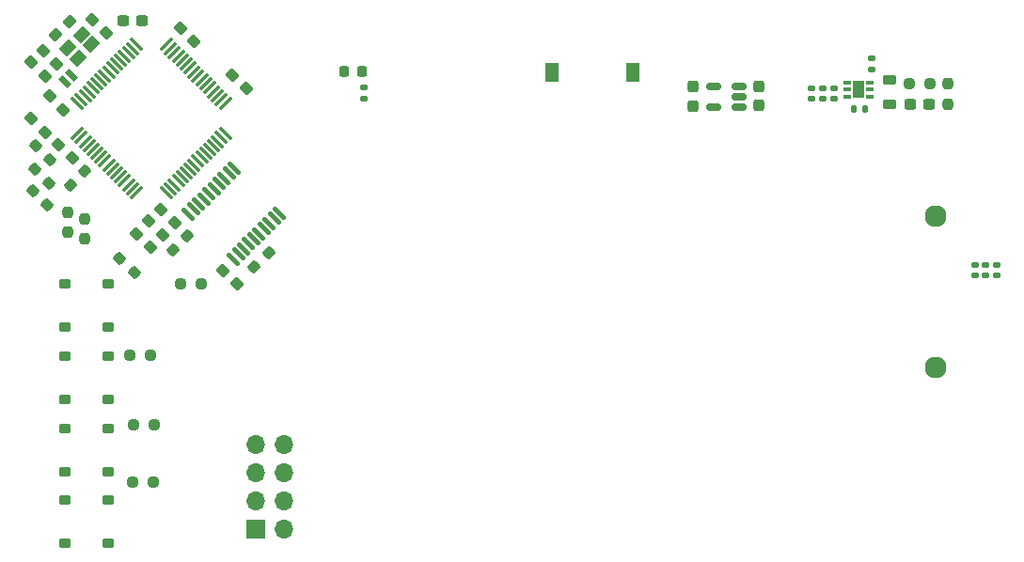
<source format=gbs>
G04 #@! TF.GenerationSoftware,KiCad,Pcbnew,7.0.2-0*
G04 #@! TF.CreationDate,2023-10-08T21:39:02-05:00*
G04 #@! TF.ProjectId,spudglo_business_card,73707564-676c-46f5-9f62-7573696e6573,rev?*
G04 #@! TF.SameCoordinates,Original*
G04 #@! TF.FileFunction,Soldermask,Bot*
G04 #@! TF.FilePolarity,Negative*
%FSLAX46Y46*%
G04 Gerber Fmt 4.6, Leading zero omitted, Abs format (unit mm)*
G04 Created by KiCad (PCBNEW 7.0.2-0) date 2023-10-08 21:39:02*
%MOMM*%
%LPD*%
G01*
G04 APERTURE LIST*
G04 Aperture macros list*
%AMRoundRect*
0 Rectangle with rounded corners*
0 $1 Rounding radius*
0 $2 $3 $4 $5 $6 $7 $8 $9 X,Y pos of 4 corners*
0 Add a 4 corners polygon primitive as box body*
4,1,4,$2,$3,$4,$5,$6,$7,$8,$9,$2,$3,0*
0 Add four circle primitives for the rounded corners*
1,1,$1+$1,$2,$3*
1,1,$1+$1,$4,$5*
1,1,$1+$1,$6,$7*
1,1,$1+$1,$8,$9*
0 Add four rect primitives between the rounded corners*
20,1,$1+$1,$2,$3,$4,$5,0*
20,1,$1+$1,$4,$5,$6,$7,0*
20,1,$1+$1,$6,$7,$8,$9,0*
20,1,$1+$1,$8,$9,$2,$3,0*%
%AMRotRect*
0 Rectangle, with rotation*
0 The origin of the aperture is its center*
0 $1 length*
0 $2 width*
0 $3 Rotation angle, in degrees counterclockwise*
0 Add horizontal line*
21,1,$1,$2,0,0,$3*%
G04 Aperture macros list end*
%ADD10RoundRect,0.237500X0.250000X0.237500X-0.250000X0.237500X-0.250000X-0.237500X0.250000X-0.237500X0*%
%ADD11RoundRect,0.225000X0.275000X0.225000X-0.275000X0.225000X-0.275000X-0.225000X0.275000X-0.225000X0*%
%ADD12RoundRect,0.237500X-0.008839X-0.344715X0.344715X0.008839X0.008839X0.344715X-0.344715X-0.008839X0*%
%ADD13RoundRect,0.237500X0.380070X-0.044194X-0.044194X0.380070X-0.380070X0.044194X0.044194X-0.380070X0*%
%ADD14RoundRect,0.237500X0.300000X0.237500X-0.300000X0.237500X-0.300000X-0.237500X0.300000X-0.237500X0*%
%ADD15RoundRect,0.237500X-0.380070X0.044194X0.044194X-0.380070X0.380070X-0.044194X-0.044194X0.380070X0*%
%ADD16RoundRect,0.135000X0.185000X-0.135000X0.185000X0.135000X-0.185000X0.135000X-0.185000X-0.135000X0*%
%ADD17RoundRect,0.237500X0.008839X0.344715X-0.344715X-0.008839X-0.008839X-0.344715X0.344715X0.008839X0*%
%ADD18RoundRect,0.218750X0.218750X0.256250X-0.218750X0.256250X-0.218750X-0.256250X0.218750X-0.256250X0*%
%ADD19RoundRect,0.075000X-0.548008X0.441942X0.441942X-0.548008X0.548008X-0.441942X-0.441942X0.548008X0*%
%ADD20RoundRect,0.075000X-0.548008X-0.441942X-0.441942X-0.548008X0.548008X0.441942X0.441942X0.548008X0*%
%ADD21R,1.193800X1.676400*%
%ADD22RoundRect,0.237500X-0.237500X0.300000X-0.237500X-0.300000X0.237500X-0.300000X0.237500X0.300000X0*%
%ADD23RoundRect,0.140000X-0.170000X0.140000X-0.170000X-0.140000X0.170000X-0.140000X0.170000X0.140000X0*%
%ADD24RoundRect,0.237500X0.344715X-0.008839X-0.008839X0.344715X-0.344715X0.008839X0.008839X-0.344715X0*%
%ADD25RoundRect,0.237500X0.237500X-0.250000X0.237500X0.250000X-0.237500X0.250000X-0.237500X-0.250000X0*%
%ADD26RoundRect,0.135000X-0.185000X0.135000X-0.185000X-0.135000X0.185000X-0.135000X0.185000X0.135000X0*%
%ADD27RoundRect,0.237500X-0.344715X0.008839X0.008839X-0.344715X0.344715X-0.008839X-0.008839X0.344715X0*%
%ADD28C,1.959000*%
%ADD29RoundRect,0.140000X0.140000X0.170000X-0.140000X0.170000X-0.140000X-0.170000X0.140000X-0.170000X0*%
%ADD30RoundRect,0.237500X-0.044194X-0.380070X0.380070X0.044194X0.044194X0.380070X-0.380070X-0.044194X0*%
%ADD31RoundRect,0.100000X-0.521491X0.380070X0.380070X-0.521491X0.521491X-0.380070X-0.380070X0.521491X0*%
%ADD32R,0.650000X0.350000*%
%ADD33R,1.000000X1.600000*%
%ADD34RoundRect,0.218750X0.381250X-0.218750X0.381250X0.218750X-0.381250X0.218750X-0.381250X-0.218750X0*%
%ADD35RotRect,1.000000X1.200000X135.000000*%
%ADD36RotRect,0.575000X1.140000X45.000000*%
%ADD37RoundRect,0.150000X0.512500X0.150000X-0.512500X0.150000X-0.512500X-0.150000X0.512500X-0.150000X0*%
%ADD38R,1.700000X1.700000*%
%ADD39O,1.700000X1.700000*%
G04 APERTURE END LIST*
D10*
X257500000Y-85480000D03*
X255675000Y-85480000D03*
D11*
X183500000Y-123000000D03*
X183500000Y-126900000D03*
X179650000Y-123000000D03*
X179650000Y-126900000D03*
D12*
X196690000Y-101960000D03*
X197980470Y-100669530D03*
D13*
X183349762Y-80929758D03*
X182130002Y-79709998D03*
D14*
X257450000Y-87300000D03*
X255725000Y-87300000D03*
D15*
X193880240Y-102290240D03*
X195100000Y-103510000D03*
D16*
X252260000Y-84210000D03*
X252260000Y-83190000D03*
D17*
X181440001Y-93309999D03*
X180149531Y-94600469D03*
D18*
X206357500Y-84340000D03*
X204782500Y-84340000D03*
D19*
X180758541Y-87246054D03*
X181112094Y-86892501D03*
X181465647Y-86538948D03*
X181819201Y-86185394D03*
X182172754Y-85831841D03*
X182526308Y-85478287D03*
X182879861Y-85124734D03*
X183233414Y-84771181D03*
X183586968Y-84417627D03*
X183940521Y-84064074D03*
X184294074Y-83710521D03*
X184647628Y-83356967D03*
X185001181Y-83003414D03*
X185354735Y-82649860D03*
X185708288Y-82296307D03*
X186061841Y-81942754D03*
D20*
X188784203Y-81942754D03*
X189137756Y-82296307D03*
X189491309Y-82649860D03*
X189844863Y-83003414D03*
X190198416Y-83356967D03*
X190551970Y-83710521D03*
X190905523Y-84064074D03*
X191259076Y-84417627D03*
X191612630Y-84771181D03*
X191966183Y-85124734D03*
X192319736Y-85478287D03*
X192673290Y-85831841D03*
X193026843Y-86185394D03*
X193380397Y-86538948D03*
X193733950Y-86892501D03*
X194087503Y-87246054D03*
D19*
X194087503Y-89968416D03*
X193733950Y-90321969D03*
X193380397Y-90675522D03*
X193026843Y-91029076D03*
X192673290Y-91382629D03*
X192319736Y-91736183D03*
X191966183Y-92089736D03*
X191612630Y-92443289D03*
X191259076Y-92796843D03*
X190905523Y-93150396D03*
X190551970Y-93503949D03*
X190198416Y-93857503D03*
X189844863Y-94211056D03*
X189491309Y-94564610D03*
X189137756Y-94918163D03*
X188784203Y-95271716D03*
D20*
X186061841Y-95271716D03*
X185708288Y-94918163D03*
X185354735Y-94564610D03*
X185001181Y-94211056D03*
X184647628Y-93857503D03*
X184294074Y-93503949D03*
X183940521Y-93150396D03*
X183586968Y-92796843D03*
X183233414Y-92443289D03*
X182879861Y-92089736D03*
X182526308Y-91736183D03*
X182172754Y-91382629D03*
X181819201Y-91029076D03*
X181465647Y-90675522D03*
X181112094Y-90321969D03*
X180758541Y-89968416D03*
D13*
X177840000Y-84750000D03*
X176620240Y-83530240D03*
D21*
X223492400Y-84440000D03*
X230807600Y-84440000D03*
D22*
X242142500Y-85725000D03*
X242142500Y-87450000D03*
D15*
X188311061Y-96783297D03*
X189530821Y-98003057D03*
D23*
X263520000Y-101780000D03*
X263520000Y-102740000D03*
X261560000Y-101770000D03*
X261560000Y-102730000D03*
D24*
X185870000Y-102490000D03*
X184579530Y-101199530D03*
D15*
X186081181Y-98983414D03*
X187300941Y-100203174D03*
D13*
X178890000Y-83680000D03*
X177670240Y-82460240D03*
D25*
X179850000Y-98845000D03*
X179850000Y-97020000D03*
D23*
X246880001Y-85870000D03*
X246880001Y-86830000D03*
D10*
X187580000Y-121390000D03*
X185755000Y-121390000D03*
D26*
X206580000Y-85780000D03*
X206580000Y-86800000D03*
D27*
X176779530Y-95129530D03*
X178070000Y-96420000D03*
D13*
X179509760Y-87819760D03*
X178290000Y-86600000D03*
D15*
X179080000Y-90950000D03*
X180299760Y-92169760D03*
D23*
X262540000Y-101770000D03*
X262540000Y-102730000D03*
D13*
X177830000Y-89830000D03*
X176610240Y-88610240D03*
D12*
X189379530Y-100430470D03*
X190670000Y-99140000D03*
D11*
X183500000Y-116500000D03*
X183500000Y-120400000D03*
X179650000Y-116500000D03*
X179650000Y-120400000D03*
D23*
X247880000Y-85860000D03*
X247880000Y-86820000D03*
D28*
X258000000Y-97440000D03*
X258000000Y-111030000D03*
D29*
X251660000Y-87759999D03*
X250700000Y-87759999D03*
D25*
X181399998Y-99440003D03*
X181399998Y-97615003D03*
D10*
X191890000Y-103500000D03*
X190065000Y-103500000D03*
D24*
X178280000Y-92360000D03*
X176989530Y-91069530D03*
D10*
X187650000Y-116190000D03*
X185825000Y-116190000D03*
D30*
X178830120Y-81079880D03*
X180049880Y-79860120D03*
D11*
X183500000Y-103500000D03*
X183500000Y-107400000D03*
X179650000Y-103500000D03*
X179650000Y-107400000D03*
D31*
X190762323Y-97222272D03*
X191221942Y-96762653D03*
X191681561Y-96303033D03*
X192141181Y-95843414D03*
X192600800Y-95383795D03*
X193060420Y-94924175D03*
X193520039Y-94464556D03*
X193979658Y-94004936D03*
X194439278Y-93545317D03*
X194898897Y-93085698D03*
X198947083Y-97133884D03*
X198487464Y-97593503D03*
X198027845Y-98053123D03*
X197568225Y-98512742D03*
X197108606Y-98972361D03*
X196648986Y-99431981D03*
X196189367Y-99891600D03*
X195729748Y-100351220D03*
X195270128Y-100810839D03*
X194810509Y-101270458D03*
D23*
X248860000Y-85860000D03*
X248860000Y-86820000D03*
D32*
X250040000Y-86640000D03*
X250040000Y-85990000D03*
X250040000Y-85340000D03*
X252140000Y-85340000D03*
X252140000Y-85990000D03*
X252140000Y-86640000D03*
D33*
X251090000Y-85990000D03*
D14*
X186620009Y-79780011D03*
X184895009Y-79780011D03*
D34*
X253900000Y-87282500D03*
X253900000Y-85157500D03*
D27*
X176890000Y-93160000D03*
X178180470Y-94450470D03*
D22*
X236222500Y-85727500D03*
X236222500Y-87452500D03*
D35*
X182042081Y-81937919D03*
X180840000Y-83140000D03*
X179920761Y-82220761D03*
X181122842Y-81018680D03*
D10*
X187340000Y-109920000D03*
X185515000Y-109920000D03*
D25*
X259120000Y-87310000D03*
X259120000Y-85485000D03*
D36*
X179608318Y-85301682D03*
X180191682Y-84718318D03*
D13*
X195963293Y-85881852D03*
X194743533Y-84662092D03*
D37*
X240330000Y-85690000D03*
X240330000Y-86640000D03*
X240330000Y-87590000D03*
X238055000Y-87590000D03*
X238055000Y-85690000D03*
D38*
X196850000Y-125580000D03*
D39*
X199390000Y-125580000D03*
X196850000Y-123040000D03*
X199390000Y-123040000D03*
X196850000Y-120500000D03*
X199390000Y-120500000D03*
X196850000Y-117960000D03*
X199390000Y-117960000D03*
D15*
X187211061Y-97853297D03*
X188430821Y-99073057D03*
D13*
X191259760Y-81659760D03*
X190040000Y-80440000D03*
D11*
X183500000Y-110000000D03*
X183500000Y-113900000D03*
X179650000Y-110000000D03*
X179650000Y-113900000D03*
M02*

</source>
